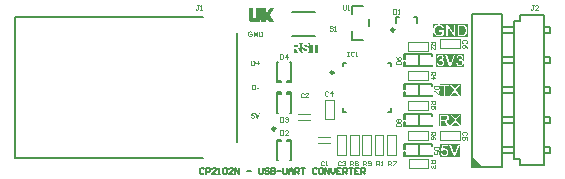
<source format=gto>
%TF.GenerationSoftware,Altium Limited,Altium Designer,24.7.2 (38)*%
G04 Layer_Color=65535*
%FSLAX26Y26*%
%MOIN*%
%TF.SameCoordinates,5A157747-18B5-4676-A4C7-82BAAE217A37*%
%TF.FilePolarity,Positive*%
%TF.FileFunction,Legend,Top*%
%TF.Part,Single*%
G01*
G75*
%TA.AperFunction,NonConductor*%
%ADD32C,0.009842*%
%ADD33C,0.007874*%
%ADD34C,0.001968*%
%ADD35C,0.005906*%
%ADD36C,0.003937*%
%ADD37C,0.005000*%
%ADD38C,0.003000*%
G36*
X189853Y562829D02*
Y561936D01*
X189853Y527097D01*
X189853Y526035D01*
X190267Y523952D01*
X191080Y521990D01*
X192260Y520223D01*
X193011Y519472D01*
X193011D01*
X194320Y518164D01*
X194744Y517740D01*
X195743Y517072D01*
X196853Y516612D01*
X198031Y516378D01*
X198632D01*
X198633D01*
X222905D01*
X223487D01*
X224607Y516686D01*
X225607Y517279D01*
X226413Y518117D01*
X226691Y518627D01*
X226692Y518628D01*
X227297Y519738D01*
X228220Y522091D01*
X228844Y524541D01*
X229158Y527049D01*
X229157Y528313D01*
X229158Y528314D01*
Y563364D01*
X214865D01*
Y539604D01*
X214865Y532456D01*
X214814Y531933D01*
X214415Y530967D01*
X213675Y530227D01*
X212708Y529828D01*
X212185Y529777D01*
X212185D01*
X207719Y529777D01*
X207196Y529828D01*
X206230Y530228D01*
X205490Y530968D01*
X205090Y531934D01*
X205039Y532457D01*
Y532457D01*
Y563364D01*
X189853D01*
Y562829D01*
D02*
G37*
G36*
X231972Y563349D02*
Y516378D01*
X246846D01*
X248454Y534065D01*
X258905Y516780D01*
X273779D01*
X261317Y539693D01*
X272938Y563349D01*
X259395D01*
X247248Y544919D01*
X246847Y563349D01*
X231972D01*
D02*
G37*
G36*
X933071Y35034D02*
X968504D01*
X933071Y70467D01*
Y35034D01*
D02*
G37*
G36*
X420915Y413386D02*
X333661D01*
Y448570D01*
X420915D01*
Y413386D01*
D02*
G37*
G36*
X919043Y468504D02*
X803612D01*
Y510225D01*
X919043D01*
Y468504D01*
D02*
G37*
G36*
X907694Y368738D02*
X814961D01*
Y409991D01*
X907694D01*
Y368738D01*
D02*
G37*
G36*
X895789Y269147D02*
X826865D01*
Y309582D01*
X895789D01*
Y269147D01*
D02*
G37*
G36*
X897310Y169147D02*
X825344D01*
Y209582D01*
X897310D01*
Y169147D01*
D02*
G37*
G36*
X893800Y68826D02*
X828854D01*
Y109904D01*
X893800D01*
Y68826D01*
D02*
G37*
G36*
X195692Y485800D02*
X195961Y485774D01*
X196284Y485747D01*
X196633Y485720D01*
X197037Y485666D01*
X197844Y485478D01*
X198705Y485236D01*
X199108Y485074D01*
X199512Y484886D01*
X199915Y484671D01*
X200265Y484429D01*
X200292Y484402D01*
X200345Y484375D01*
X200453Y484294D01*
X200561Y484187D01*
X200722Y484025D01*
X200883Y483864D01*
X201072Y483675D01*
X201260Y483433D01*
X201475Y483191D01*
X201664Y482895D01*
X201879Y482599D01*
X202067Y482250D01*
X202390Y481523D01*
X202551Y481093D01*
X202659Y480663D01*
X199108Y479990D01*
Y480017D01*
X199081Y480044D01*
X199027Y480205D01*
X198947Y480447D01*
X198785Y480743D01*
X198597Y481066D01*
X198355Y481389D01*
X198059Y481739D01*
X197709Y482034D01*
X197655Y482061D01*
X197521Y482142D01*
X197306Y482277D01*
X197010Y482411D01*
X196633Y482546D01*
X196203Y482680D01*
X195692Y482761D01*
X195154Y482788D01*
X194939D01*
X194777Y482761D01*
X194562Y482734D01*
X194347Y482707D01*
X193809Y482599D01*
X193217Y482411D01*
X192598Y482142D01*
X192302Y481981D01*
X192006Y481792D01*
X191711Y481550D01*
X191442Y481281D01*
X191415Y481254D01*
X191388Y481201D01*
X191307Y481120D01*
X191226Y481012D01*
X191119Y480851D01*
X191011Y480663D01*
X190904Y480447D01*
X190769Y480178D01*
X190635Y479882D01*
X190527Y479560D01*
X190419Y479183D01*
X190312Y478807D01*
X190231Y478376D01*
X190150Y477892D01*
X190124Y477408D01*
X190097Y476870D01*
Y476843D01*
Y476735D01*
Y476574D01*
X190124Y476359D01*
X190150Y476090D01*
X190177Y475794D01*
X190204Y475471D01*
X190258Y475094D01*
X190419Y474341D01*
X190688Y473534D01*
X190823Y473158D01*
X191011Y472808D01*
X191226Y472458D01*
X191469Y472135D01*
X191495Y472108D01*
X191522Y472082D01*
X191603Y472001D01*
X191711Y471893D01*
X191872Y471786D01*
X192033Y471651D01*
X192222Y471490D01*
X192464Y471355D01*
X192975Y471059D01*
X193594Y470817D01*
X193943Y470710D01*
X194320Y470656D01*
X194723Y470602D01*
X195127Y470575D01*
X195315D01*
X195530Y470602D01*
X195826Y470629D01*
X196149Y470683D01*
X196526Y470763D01*
X196929Y470871D01*
X197360Y471005D01*
X197413Y471032D01*
X197548Y471086D01*
X197763Y471167D01*
X198032Y471301D01*
X198328Y471463D01*
X198651Y471651D01*
X198974Y471839D01*
X199296Y472082D01*
Y474341D01*
X195234D01*
Y477327D01*
X202901D01*
Y470252D01*
X202847Y470199D01*
X202686Y470064D01*
X202444Y469876D01*
X202067Y469607D01*
X201610Y469311D01*
X201045Y468988D01*
X200399Y468665D01*
X199646Y468342D01*
X199619D01*
X199538Y468315D01*
X199431Y468262D01*
X199269Y468208D01*
X199081Y468154D01*
X198866Y468100D01*
X198597Y468020D01*
X198301Y467939D01*
X197655Y467804D01*
X196929Y467670D01*
X196149Y467562D01*
X195342Y467535D01*
X195073D01*
X194885Y467562D01*
X194643D01*
X194347Y467589D01*
X194051Y467643D01*
X193701Y467670D01*
X192948Y467831D01*
X192141Y468020D01*
X191307Y468315D01*
X190904Y468477D01*
X190500Y468692D01*
X190473Y468719D01*
X190419Y468746D01*
X190312Y468827D01*
X190177Y468907D01*
X189989Y469015D01*
X189801Y469176D01*
X189343Y469553D01*
X188859Y470010D01*
X188348Y470575D01*
X187864Y471248D01*
X187434Y472001D01*
Y472028D01*
X187380Y472108D01*
X187353Y472216D01*
X187272Y472377D01*
X187191Y472593D01*
X187111Y472835D01*
X187030Y473104D01*
X186922Y473400D01*
X186815Y473749D01*
X186734Y474126D01*
X186573Y474906D01*
X186465Y475794D01*
X186411Y476735D01*
Y476762D01*
Y476870D01*
Y477004D01*
X186438Y477192D01*
Y477435D01*
X186465Y477731D01*
X186519Y478026D01*
X186546Y478376D01*
X186680Y479129D01*
X186895Y479963D01*
X187165Y480797D01*
X187541Y481631D01*
X187568Y481658D01*
X187595Y481739D01*
X187676Y481846D01*
X187756Y481981D01*
X187891Y482169D01*
X188025Y482384D01*
X188402Y482841D01*
X188886Y483380D01*
X189451Y483944D01*
X190150Y484455D01*
X190930Y484940D01*
X190957D01*
X191011Y484967D01*
X191092Y485020D01*
X191226Y485074D01*
X191415Y485155D01*
X191603Y485209D01*
X191845Y485289D01*
X192087Y485397D01*
X192383Y485478D01*
X192706Y485558D01*
X193056Y485612D01*
X193432Y485693D01*
X194239Y485800D01*
X195154Y485827D01*
X195477D01*
X195692Y485800D01*
D02*
G37*
G36*
X220251Y467858D02*
X216674D01*
X209518Y479452D01*
Y467858D01*
X206210D01*
Y485531D01*
X209653D01*
X216943Y473669D01*
Y485531D01*
X220251D01*
Y467858D01*
D02*
G37*
G36*
X231254Y485505D02*
X231738Y485478D01*
X232303Y485451D01*
X232841Y485397D01*
X233379Y485289D01*
X233863Y485182D01*
X233890D01*
X233944Y485155D01*
X234024Y485128D01*
X234132Y485101D01*
X234401Y484967D01*
X234778Y484805D01*
X235181Y484590D01*
X235611Y484294D01*
X236069Y483944D01*
X236499Y483541D01*
X236526D01*
X236553Y483487D01*
X236687Y483326D01*
X236876Y483084D01*
X237145Y482761D01*
X237414Y482330D01*
X237683Y481846D01*
X237952Y481308D01*
X238194Y480690D01*
Y480663D01*
X238221Y480609D01*
X238248Y480528D01*
X238274Y480394D01*
X238328Y480232D01*
X238382Y480017D01*
X238436Y479802D01*
X238490Y479533D01*
X238543Y479237D01*
X238597Y478941D01*
X238705Y478215D01*
X238759Y477408D01*
X238786Y476520D01*
Y476493D01*
Y476412D01*
Y476305D01*
Y476143D01*
X238759Y475955D01*
Y475740D01*
X238705Y475229D01*
X238651Y474637D01*
X238543Y474018D01*
X238409Y473373D01*
X238221Y472754D01*
Y472727D01*
X238194Y472673D01*
X238167Y472566D01*
X238113Y472431D01*
X238032Y472270D01*
X237952Y472082D01*
X237737Y471651D01*
X237468Y471140D01*
X237145Y470629D01*
X236768Y470118D01*
X236338Y469634D01*
X236284Y469607D01*
X236176Y469472D01*
X235961Y469311D01*
X235692Y469123D01*
X235315Y468880D01*
X234885Y468638D01*
X234401Y468423D01*
X233836Y468208D01*
X233782Y468181D01*
X233621Y468154D01*
X233379Y468100D01*
X233002Y468046D01*
X232572Y467966D01*
X232034Y467912D01*
X231388Y467885D01*
X230689Y467858D01*
X224018D01*
Y485531D01*
X231038D01*
X231254Y485505D01*
D02*
G37*
G36*
X222659Y381301D02*
X227286D01*
Y378180D01*
X222659D01*
Y373607D01*
X219565D01*
Y378180D01*
X214939D01*
Y381301D01*
X219565D01*
Y385874D01*
X222659D01*
Y381301D01*
D02*
G37*
G36*
X205147Y388725D02*
X205631Y388698D01*
X206196Y388671D01*
X206734Y388618D01*
X207272Y388510D01*
X207756Y388402D01*
X207783D01*
X207837Y388375D01*
X207918Y388349D01*
X208025Y388322D01*
X208294Y388187D01*
X208671Y388026D01*
X209075Y387810D01*
X209505Y387515D01*
X209962Y387165D01*
X210393Y386761D01*
X210419D01*
X210446Y386708D01*
X210581Y386546D01*
X210769Y386304D01*
X211038Y385981D01*
X211307Y385551D01*
X211576Y385067D01*
X211845Y384529D01*
X212087Y383910D01*
Y383883D01*
X212114Y383829D01*
X212141Y383749D01*
X212168Y383614D01*
X212222Y383453D01*
X212276Y383238D01*
X212329Y383022D01*
X212383Y382753D01*
X212437Y382457D01*
X212491Y382161D01*
X212598Y381435D01*
X212652Y380628D01*
X212679Y379740D01*
Y379714D01*
Y379633D01*
Y379525D01*
Y379364D01*
X212652Y379176D01*
Y378960D01*
X212598Y378449D01*
X212545Y377858D01*
X212437Y377239D01*
X212303Y376593D01*
X212114Y375974D01*
Y375948D01*
X212087Y375894D01*
X212060Y375786D01*
X212007Y375652D01*
X211926Y375490D01*
X211845Y375302D01*
X211630Y374872D01*
X211361Y374361D01*
X211038Y373849D01*
X210662Y373338D01*
X210231Y372854D01*
X210177Y372827D01*
X210070Y372693D01*
X209855Y372531D01*
X209586Y372343D01*
X209209Y372101D01*
X208779Y371859D01*
X208294Y371644D01*
X207730Y371428D01*
X207676Y371401D01*
X207514Y371375D01*
X207272Y371321D01*
X206896Y371267D01*
X206465Y371186D01*
X205927Y371132D01*
X205282Y371106D01*
X204582Y371079D01*
X197911D01*
Y388752D01*
X204932D01*
X205147Y388725D01*
D02*
G37*
G36*
X224609Y295078D02*
X217965D01*
Y298467D01*
X224609D01*
Y295078D01*
D02*
G37*
G36*
X207824Y308017D02*
X208308Y307990D01*
X208873Y307963D01*
X209411Y307909D01*
X209949Y307801D01*
X210433Y307694D01*
X210460D01*
X210514Y307667D01*
X210594Y307640D01*
X210702Y307613D01*
X210971Y307478D01*
X211348Y307317D01*
X211751Y307102D01*
X212181Y306806D01*
X212639Y306456D01*
X213069Y306053D01*
X213096D01*
X213123Y305999D01*
X213257Y305838D01*
X213446Y305596D01*
X213715Y305273D01*
X213984Y304842D01*
X214253Y304358D01*
X214522Y303820D01*
X214764Y303201D01*
Y303175D01*
X214791Y303121D01*
X214818Y303040D01*
X214845Y302906D01*
X214898Y302744D01*
X214952Y302529D01*
X215006Y302314D01*
X215060Y302045D01*
X215114Y301749D01*
X215167Y301453D01*
X215275Y300727D01*
X215329Y299920D01*
X215356Y299032D01*
Y299005D01*
Y298924D01*
Y298817D01*
Y298655D01*
X215329Y298467D01*
Y298252D01*
X215275Y297741D01*
X215221Y297149D01*
X215114Y296530D01*
X214979Y295885D01*
X214791Y295266D01*
Y295239D01*
X214764Y295185D01*
X214737Y295078D01*
X214683Y294943D01*
X214602Y294782D01*
X214522Y294593D01*
X214307Y294163D01*
X214038Y293652D01*
X213715Y293141D01*
X213338Y292630D01*
X212908Y292146D01*
X212854Y292119D01*
X212746Y291984D01*
X212531Y291823D01*
X212262Y291634D01*
X211886Y291392D01*
X211455Y291150D01*
X210971Y290935D01*
X210406Y290720D01*
X210352Y290693D01*
X210191Y290666D01*
X209949Y290612D01*
X209572Y290558D01*
X209142Y290478D01*
X208604Y290424D01*
X207958Y290397D01*
X207259Y290370D01*
X200588D01*
Y308043D01*
X207608D01*
X207824Y308017D01*
D02*
G37*
G36*
X220843Y195220D02*
X216997D01*
X210675Y212894D01*
X214522D01*
X219014Y199820D01*
X223318Y212894D01*
X227138D01*
X220843Y195220D01*
D02*
G37*
G36*
X209142Y209451D02*
X202740D01*
X202202Y206465D01*
X202255Y206492D01*
X202390Y206545D01*
X202632Y206653D01*
X202928Y206761D01*
X203251Y206841D01*
X203654Y206949D01*
X204085Y207003D01*
X204515Y207030D01*
X204730D01*
X204892Y207003D01*
X205080Y206976D01*
X205322Y206949D01*
X205564Y206895D01*
X205833Y206814D01*
X206452Y206626D01*
X206748Y206492D01*
X207071Y206330D01*
X207393Y206142D01*
X207716Y205927D01*
X208039Y205685D01*
X208335Y205389D01*
X208362Y205362D01*
X208416Y205308D01*
X208469Y205227D01*
X208577Y205093D01*
X208711Y204931D01*
X208846Y204743D01*
X208980Y204501D01*
X209142Y204232D01*
X209276Y203936D01*
X209411Y203613D01*
X209545Y203263D01*
X209680Y202887D01*
X209787Y202483D01*
X209841Y202053D01*
X209895Y201596D01*
X209922Y201112D01*
Y201085D01*
Y201004D01*
Y200896D01*
X209895Y200735D01*
Y200547D01*
X209868Y200331D01*
X209814Y200089D01*
X209761Y199820D01*
X209626Y199202D01*
X209384Y198556D01*
X209088Y197883D01*
X208873Y197534D01*
X208658Y197211D01*
X208631Y197184D01*
X208577Y197103D01*
X208469Y196996D01*
X208335Y196861D01*
X208173Y196673D01*
X207958Y196485D01*
X207689Y196269D01*
X207420Y196054D01*
X207097Y195839D01*
X206721Y195624D01*
X206344Y195436D01*
X205914Y195247D01*
X205457Y195113D01*
X204945Y195005D01*
X204434Y194924D01*
X203869Y194898D01*
X203627D01*
X203466Y194924D01*
X203251D01*
X203009Y194978D01*
X202740Y195005D01*
X202444Y195059D01*
X201825Y195220D01*
X201153Y195436D01*
X200507Y195758D01*
X200184Y195974D01*
X199888Y196189D01*
X199861Y196216D01*
X199834Y196243D01*
X199754Y196323D01*
X199646Y196431D01*
X199512Y196565D01*
X199377Y196727D01*
X199243Y196915D01*
X199081Y197130D01*
X198758Y197641D01*
X198463Y198233D01*
X198220Y198959D01*
X198140Y199336D01*
X198059Y199740D01*
X201422Y200089D01*
Y200036D01*
X201448Y199901D01*
X201502Y199686D01*
X201583Y199417D01*
X201690Y199148D01*
X201825Y198825D01*
X202013Y198529D01*
X202255Y198260D01*
X202282Y198233D01*
X202390Y198153D01*
X202524Y198045D01*
X202740Y197937D01*
X202982Y197830D01*
X203251Y197722D01*
X203573Y197641D01*
X203896Y197614D01*
X203950D01*
X204085Y197641D01*
X204273Y197668D01*
X204515Y197722D01*
X204811Y197830D01*
X205107Y197991D01*
X205403Y198179D01*
X205699Y198475D01*
X205726Y198529D01*
X205806Y198637D01*
X205941Y198852D01*
X206075Y199121D01*
X206210Y199498D01*
X206344Y199928D01*
X206425Y200466D01*
X206452Y201058D01*
Y201085D01*
Y201138D01*
Y201219D01*
Y201327D01*
X206425Y201623D01*
X206371Y201972D01*
X206263Y202376D01*
X206129Y202779D01*
X205941Y203183D01*
X205699Y203506D01*
X205672Y203532D01*
X205564Y203640D01*
X205403Y203775D01*
X205188Y203936D01*
X204918Y204071D01*
X204596Y204205D01*
X204219Y204313D01*
X203816Y204339D01*
X203681D01*
X203573Y204313D01*
X203278Y204286D01*
X202928Y204178D01*
X202524Y204017D01*
X202067Y203802D01*
X201637Y203479D01*
X201395Y203263D01*
X201179Y203048D01*
X198463Y203425D01*
X200184Y212625D01*
X209142D01*
Y209451D01*
D02*
G37*
%LPC*%
G36*
X378679Y447570D02*
X378093D01*
X376776Y447521D01*
X375556Y447375D01*
X374482Y447228D01*
X373555Y447033D01*
X372823Y446789D01*
X372530Y446691D01*
X372286Y446643D01*
X372091Y446545D01*
X371896Y446496D01*
X371847Y446447D01*
X371798D01*
X370871Y446008D01*
X370090Y445471D01*
X369407Y444935D01*
X368870Y444398D01*
X368431Y443910D01*
X368089Y443519D01*
X367894Y443275D01*
X367845Y443227D01*
Y443178D01*
X367406Y442348D01*
X367065Y441567D01*
X366821Y440787D01*
X366674Y440103D01*
X366577Y439469D01*
X366479Y439030D01*
Y438835D01*
Y438688D01*
Y438639D01*
Y438591D01*
X366528Y437907D01*
X366625Y437224D01*
X366772Y436590D01*
X366918Y436004D01*
X367406Y434882D01*
X367943Y433955D01*
X368236Y433564D01*
X368480Y433174D01*
X368724Y432881D01*
X368968Y432637D01*
X369114Y432442D01*
X369261Y432295D01*
X369358Y432198D01*
X369407Y432149D01*
X369846Y431807D01*
X370334Y431466D01*
X371408Y430831D01*
X372628Y430295D01*
X373848Y429855D01*
X374921Y429465D01*
X375409Y429319D01*
X375849Y429221D01*
X376190Y429123D01*
X376434Y429026D01*
X376629Y428977D01*
X376678D01*
X377410Y428782D01*
X378045Y428635D01*
X378630Y428489D01*
X379167Y428343D01*
X379655Y428196D01*
X380045Y428099D01*
X380436Y428001D01*
X380729Y427903D01*
X381217Y427757D01*
X381558Y427659D01*
X381753Y427562D01*
X381802D01*
X382388Y427318D01*
X382876Y427074D01*
X383266Y426879D01*
X383608Y426635D01*
X383852Y426439D01*
X383998Y426293D01*
X384096Y426195D01*
X384145Y426147D01*
X384389Y425854D01*
X384535Y425512D01*
X384730Y424927D01*
X384779Y424634D01*
X384828Y424439D01*
Y424292D01*
Y424243D01*
X384779Y423609D01*
X384584Y423023D01*
X384340Y422487D01*
X384047Y422047D01*
X383705Y421657D01*
X383461Y421413D01*
X383266Y421218D01*
X383217Y421169D01*
X382583Y420730D01*
X381851Y420388D01*
X381070Y420193D01*
X380289Y419998D01*
X379606Y419900D01*
X379069Y419851D01*
X378533D01*
X377459Y419900D01*
X376532Y420095D01*
X375751Y420339D01*
X375068Y420583D01*
X374531Y420876D01*
X374141Y421071D01*
X373897Y421267D01*
X373799Y421315D01*
X373213Y421950D01*
X372725Y422682D01*
X372335Y423463D01*
X372042Y424195D01*
X371798Y424927D01*
X371652Y425463D01*
X371603Y425707D01*
Y425854D01*
X371554Y425951D01*
Y426000D01*
X365259Y425366D01*
X365405Y424390D01*
X365601Y423463D01*
X365845Y422584D01*
X366089Y421803D01*
X366430Y421071D01*
X366723Y420388D01*
X367065Y419803D01*
X367406Y419217D01*
X367748Y418778D01*
X368041Y418339D01*
X368333Y417997D01*
X368577Y417704D01*
X368821Y417460D01*
X368968Y417314D01*
X369065Y417216D01*
X369114Y417167D01*
X369749Y416679D01*
X370481Y416240D01*
X371213Y415899D01*
X371945Y415557D01*
X372725Y415313D01*
X373506Y415069D01*
X375019Y414727D01*
X375751Y414630D01*
X376385Y414532D01*
X376971Y414483D01*
X377459Y414435D01*
X377898Y414386D01*
X378484D01*
X379997Y414435D01*
X381314Y414581D01*
X382485Y414727D01*
X383510Y414971D01*
X383949Y415069D01*
X384340Y415167D01*
X384633Y415264D01*
X384925Y415313D01*
X385121Y415411D01*
X385267Y415459D01*
X385365Y415508D01*
X385413D01*
X386438Y415996D01*
X387268Y416582D01*
X388049Y417167D01*
X388634Y417753D01*
X389122Y418241D01*
X389464Y418680D01*
X389708Y418973D01*
X389757Y419022D01*
Y419071D01*
X390293Y419998D01*
X390684Y420925D01*
X390928Y421803D01*
X391123Y422584D01*
X391221Y423267D01*
X391318Y423804D01*
Y424292D01*
X391269Y425366D01*
X391123Y426342D01*
X390879Y427220D01*
X390684Y427952D01*
X390440Y428538D01*
X390196Y429026D01*
X390049Y429270D01*
X390001Y429367D01*
X389464Y430099D01*
X388927Y430783D01*
X388341Y431319D01*
X387756Y431807D01*
X387268Y432149D01*
X386877Y432442D01*
X386585Y432588D01*
X386536Y432637D01*
X386487D01*
X386048Y432881D01*
X385560Y433076D01*
X384437Y433515D01*
X383315Y433857D01*
X382144Y434247D01*
X381119Y434491D01*
X380680Y434638D01*
X380289Y434735D01*
X379948Y434833D01*
X379704Y434882D01*
X379557Y434931D01*
X379509D01*
X378679Y435126D01*
X377898Y435370D01*
X377215Y435565D01*
X376629Y435760D01*
X376044Y435907D01*
X375605Y436102D01*
X375165Y436248D01*
X374824Y436443D01*
X374482Y436590D01*
X374238Y436687D01*
X373848Y436883D01*
X373653Y437029D01*
X373604Y437078D01*
X373311Y437419D01*
X373067Y437712D01*
X372921Y438054D01*
X372774Y438347D01*
X372725Y438639D01*
X372677Y438835D01*
Y438981D01*
Y439030D01*
X372725Y439469D01*
X372823Y439859D01*
X372969Y440201D01*
X373165Y440494D01*
X373360Y440738D01*
X373506Y440884D01*
X373604Y440982D01*
X373653Y441031D01*
X374287Y441421D01*
X375019Y441714D01*
X375751Y441909D01*
X376434Y442055D01*
X377069Y442153D01*
X377605Y442202D01*
X378045D01*
X379021Y442153D01*
X379850Y442007D01*
X380533Y441860D01*
X381119Y441665D01*
X381558Y441421D01*
X381851Y441275D01*
X382046Y441128D01*
X382095Y441079D01*
X382583Y440640D01*
X382973Y440103D01*
X383266Y439518D01*
X383510Y438932D01*
X383705Y438395D01*
X383803Y437956D01*
X383901Y437663D01*
Y437615D01*
Y437566D01*
X390391Y437810D01*
X390342Y438591D01*
X390196Y439371D01*
X390001Y440103D01*
X389805Y440787D01*
X389269Y441958D01*
X389025Y442495D01*
X388732Y442983D01*
X388439Y443422D01*
X388146Y443812D01*
X387902Y444154D01*
X387658Y444398D01*
X387463Y444593D01*
X387317Y444739D01*
X387219Y444837D01*
X387170Y444886D01*
X386585Y445374D01*
X385901Y445764D01*
X385218Y446155D01*
X384486Y446447D01*
X382973Y446935D01*
X381509Y447228D01*
X380826Y447326D01*
X380192Y447423D01*
X379606Y447472D01*
X379069Y447521D01*
X378679Y447570D01*
D02*
G37*
G36*
X419915Y447033D02*
X394588D01*
Y441616D01*
X404006D01*
Y414971D01*
X410497D01*
Y441616D01*
X419915D01*
Y447033D01*
D02*
G37*
G36*
X349009D02*
X334661D01*
Y414971D01*
X341152D01*
Y428343D01*
X343201D01*
X343885Y428294D01*
X344421Y428245D01*
X344861Y428147D01*
X345202Y428099D01*
X345446Y428001D01*
X345593Y427952D01*
X345641D01*
X346032Y427806D01*
X346373Y427611D01*
X347008Y427171D01*
X347252Y426976D01*
X347447Y426781D01*
X347545Y426683D01*
X347593Y426635D01*
X347789Y426439D01*
X347984Y426147D01*
X348521Y425463D01*
X349106Y424731D01*
X349643Y423902D01*
X350180Y423121D01*
X350424Y422828D01*
X350619Y422487D01*
X350765Y422243D01*
X350912Y422047D01*
X350961Y421950D01*
X351009Y421901D01*
X355597Y414971D01*
X363356D01*
X359452Y421218D01*
X359013Y421901D01*
X358622Y422487D01*
X358281Y423072D01*
X357890Y423609D01*
X357305Y424487D01*
X356768Y425219D01*
X356329Y425756D01*
X356036Y426098D01*
X355841Y426342D01*
X355792Y426391D01*
X355255Y426927D01*
X354669Y427415D01*
X354084Y427903D01*
X353547Y428294D01*
X353059Y428635D01*
X352669Y428879D01*
X352425Y429026D01*
X352376Y429075D01*
X352327D01*
X353108Y429221D01*
X353791Y429367D01*
X354474Y429563D01*
X355060Y429807D01*
X355645Y430051D01*
X356182Y430295D01*
X356621Y430539D01*
X357061Y430783D01*
X357402Y431027D01*
X357744Y431271D01*
X357988Y431515D01*
X358232Y431661D01*
X358378Y431856D01*
X358525Y431954D01*
X358622Y432003D01*
Y432051D01*
X359013Y432491D01*
X359354Y432979D01*
X359842Y433955D01*
X360233Y434979D01*
X360525Y435907D01*
X360672Y436736D01*
X360721Y437078D01*
Y437419D01*
X360769Y437663D01*
Y437859D01*
Y437956D01*
Y438005D01*
X360721Y439030D01*
X360574Y440006D01*
X360330Y440835D01*
X360086Y441567D01*
X359793Y442202D01*
X359598Y442641D01*
X359403Y442934D01*
X359354Y443031D01*
X358769Y443812D01*
X358183Y444447D01*
X357549Y444983D01*
X356963Y445423D01*
X356426Y445764D01*
X355987Y446008D01*
X355694Y446106D01*
X355645Y446155D01*
X355597D01*
X355157Y446301D01*
X354621Y446447D01*
X353449Y446643D01*
X352229Y446838D01*
X351009Y446935D01*
X350473Y446984D01*
X349448D01*
X349009Y447033D01*
D02*
G37*
%LPD*%
G36*
X348960Y441567D02*
X349936D01*
X350375Y441519D01*
X350619D01*
X350765Y441470D01*
X350814D01*
X351351Y441323D01*
X351839Y441177D01*
X352229Y440982D01*
X352571Y440738D01*
X352864Y440543D01*
X353059Y440347D01*
X353157Y440250D01*
X353205Y440201D01*
X353498Y439811D01*
X353693Y439371D01*
X353889Y438932D01*
X353986Y438542D01*
X354035Y438200D01*
X354084Y437907D01*
Y437663D01*
Y437615D01*
X354035Y437078D01*
X353986Y436639D01*
X353889Y436199D01*
X353742Y435858D01*
X353596Y435565D01*
X353498Y435370D01*
X353449Y435223D01*
X353401Y435175D01*
X353157Y434833D01*
X352864Y434589D01*
X352278Y434150D01*
X351985Y434052D01*
X351790Y433955D01*
X351644Y433857D01*
X351595D01*
X351351Y433808D01*
X351009Y433711D01*
X350668Y433662D01*
X350229Y433613D01*
X349301Y433564D01*
X348325Y433515D01*
X347398Y433467D01*
X341152D01*
Y441616D01*
X348521D01*
X348960Y441567D01*
D02*
G37*
%LPC*%
G36*
X824502Y509225D02*
X823800D01*
X821694Y509108D01*
X819822Y508874D01*
X818067Y508465D01*
X817306Y508231D01*
X816604Y508055D01*
X815961Y507821D01*
X815376Y507587D01*
X814849Y507412D01*
X814440Y507178D01*
X814147Y507061D01*
X813855Y506944D01*
X813738Y506827D01*
X813679D01*
X812860Y506359D01*
X812158Y505832D01*
X810754Y504721D01*
X809643Y503551D01*
X808648Y502381D01*
X807946Y501269D01*
X807654Y500860D01*
X807361Y500450D01*
X807186Y500099D01*
X807069Y499865D01*
X806952Y499690D01*
Y499631D01*
X806191Y497818D01*
X805606Y495946D01*
X805197Y494191D01*
X804904Y492553D01*
X804787Y491851D01*
X804729Y491207D01*
X804670Y490622D01*
Y490096D01*
X804612Y489686D01*
Y489160D01*
X804729Y487112D01*
X804963Y485182D01*
X805372Y483427D01*
X805548Y482608D01*
X805782Y481906D01*
X806016Y481204D01*
X806191Y480619D01*
X806425Y480092D01*
X806601Y479683D01*
X806718Y479332D01*
X806835Y479098D01*
X806952Y478922D01*
Y478864D01*
X807946Y477284D01*
X809058Y475880D01*
X810169Y474652D01*
X811339Y473657D01*
X812334Y472897D01*
X812743Y472604D01*
X813153Y472370D01*
X813445Y472136D01*
X813738Y472019D01*
X813855Y471961D01*
X813913Y471902D01*
X815668Y471083D01*
X817482Y470498D01*
X819178Y470089D01*
X820816Y469796D01*
X821518Y469679D01*
X822162Y469621D01*
X822747Y469562D01*
X823273D01*
X823683Y469504D01*
X824209D01*
X825730Y469562D01*
X827251Y469738D01*
X828597Y469972D01*
X829825Y470264D01*
X830352Y470381D01*
X830878Y470498D01*
X831288Y470615D01*
X831639Y470732D01*
X831931Y470849D01*
X832165Y470908D01*
X832282Y470966D01*
X832341D01*
X833803Y471610D01*
X835266Y472312D01*
X836553Y473072D01*
X837723Y473774D01*
X838717Y474476D01*
X839127Y474710D01*
X839478Y475003D01*
X839770Y475178D01*
X839946Y475354D01*
X840063Y475412D01*
X840121Y475471D01*
Y489745D01*
X823858D01*
Y485240D01*
X835149D01*
Y477986D01*
X834447Y477460D01*
X833686Y476933D01*
X832926Y476465D01*
X832165Y476056D01*
X831463Y475705D01*
X830878Y475471D01*
X830644Y475354D01*
X830469Y475295D01*
X830410Y475237D01*
X830352D01*
X829182Y474827D01*
X828012Y474535D01*
X826900Y474301D01*
X825964Y474184D01*
X825145Y474067D01*
X824502Y474008D01*
X823917D01*
X822513Y474067D01*
X821167Y474242D01*
X819997Y474535D01*
X818886Y474827D01*
X818008Y475120D01*
X817599Y475295D01*
X817306Y475412D01*
X817072Y475471D01*
X816897Y475588D01*
X816780Y475646D01*
X816721D01*
X815551Y476348D01*
X814498Y477167D01*
X813621Y478045D01*
X812919Y478864D01*
X812392Y479624D01*
X811983Y480209D01*
X811807Y480443D01*
X811690Y480619D01*
X811632Y480736D01*
Y480794D01*
X811047Y482198D01*
X810637Y483602D01*
X810286Y485065D01*
X810111Y486469D01*
X810052Y487054D01*
X809994Y487639D01*
X809935Y488165D01*
Y488575D01*
X809877Y488984D01*
Y489218D01*
Y489394D01*
Y489452D01*
X809935Y490973D01*
X810111Y492436D01*
X810345Y493723D01*
X810637Y494893D01*
X810871Y495829D01*
X810988Y496238D01*
X811105Y496531D01*
X811222Y496823D01*
X811281Y496999D01*
X811339Y497116D01*
Y497174D01*
X811690Y497935D01*
X812041Y498637D01*
X812451Y499280D01*
X812860Y499865D01*
X813211Y500333D01*
X813504Y500684D01*
X813679Y500918D01*
X813738Y500977D01*
X814381Y501620D01*
X815025Y502147D01*
X815727Y502615D01*
X816370Y503024D01*
X816955Y503375D01*
X817423Y503609D01*
X817716Y503726D01*
X817833Y503785D01*
X818827Y504136D01*
X819822Y504428D01*
X820875Y504604D01*
X821811Y504779D01*
X822630Y504838D01*
X823273Y504896D01*
X823858D01*
X824911Y504838D01*
X825906Y504721D01*
X826783Y504545D01*
X827544Y504370D01*
X828187Y504194D01*
X828714Y504019D01*
X829006Y503902D01*
X829123Y503843D01*
X830001Y503434D01*
X830703Y503024D01*
X831346Y502556D01*
X831873Y502147D01*
X832282Y501737D01*
X832575Y501445D01*
X832750Y501211D01*
X832809Y501152D01*
X833277Y500450D01*
X833686Y499690D01*
X834037Y498929D01*
X834330Y498227D01*
X834564Y497525D01*
X834798Y496999D01*
X834856Y496648D01*
X834915Y496589D01*
Y496531D01*
X839536Y497818D01*
X839127Y499222D01*
X838659Y500450D01*
X838191Y501503D01*
X837723Y502381D01*
X837255Y503141D01*
X836904Y503668D01*
X836670Y503960D01*
X836611Y504077D01*
X835851Y504955D01*
X834973Y505657D01*
X834096Y506300D01*
X833218Y506827D01*
X832458Y507295D01*
X831873Y507587D01*
X831639Y507704D01*
X831463Y507763D01*
X831346Y507821D01*
X831288D01*
X830001Y508289D01*
X828714Y508640D01*
X827427Y508874D01*
X826315Y509050D01*
X825321Y509167D01*
X824853D01*
X824502Y509225D01*
D02*
G37*
G36*
X877795Y508582D02*
X872940D01*
Y478396D01*
X852699Y508582D01*
X847551D01*
Y470147D01*
X852406D01*
Y500333D01*
X872589Y470147D01*
X877795D01*
Y508582D01*
D02*
G37*
G36*
X901078D02*
X886336D01*
Y470147D01*
X900142D01*
X901429Y470206D01*
X902599Y470264D01*
X903652Y470381D01*
X904530Y470498D01*
X905290Y470615D01*
X905817Y470674D01*
X906168Y470791D01*
X906285D01*
X907279Y471083D01*
X908157Y471376D01*
X908917Y471668D01*
X909561Y471961D01*
X910087Y472253D01*
X910497Y472487D01*
X910789Y472604D01*
X910848Y472663D01*
X911550Y473189D01*
X912193Y473774D01*
X912837Y474359D01*
X913305Y474886D01*
X913773Y475412D01*
X914065Y475822D01*
X914299Y476056D01*
X914358Y476173D01*
X914943Y477050D01*
X915469Y477986D01*
X915937Y478922D01*
X916288Y479800D01*
X916581Y480619D01*
X916815Y481204D01*
X916873Y481438D01*
X916932Y481613D01*
X916990Y481730D01*
Y481789D01*
X917341Y483076D01*
X917575Y484421D01*
X917809Y485767D01*
X917926Y486937D01*
X917985Y487990D01*
Y488458D01*
X918043Y488809D01*
Y489569D01*
X917985Y491441D01*
X917809Y493138D01*
X917575Y494659D01*
X917400Y495361D01*
X917283Y496004D01*
X917166Y496589D01*
X916990Y497116D01*
X916873Y497584D01*
X916756Y497935D01*
X916639Y498227D01*
X916581Y498461D01*
X916522Y498578D01*
Y498637D01*
X915879Y500099D01*
X915177Y501386D01*
X914416Y502498D01*
X913656Y503434D01*
X913012Y504194D01*
X912486Y504779D01*
X912076Y505130D01*
X912018Y505247D01*
X911959D01*
X911023Y505949D01*
X910087Y506534D01*
X909151Y507002D01*
X908274Y507353D01*
X907513Y507646D01*
X906870Y507821D01*
X906636Y507938D01*
X906519D01*
X906402Y507997D01*
X906343D01*
X905407Y508172D01*
X904296Y508348D01*
X903126Y508465D01*
X902073Y508523D01*
X901078Y508582D01*
D02*
G37*
%LPD*%
G36*
X901020Y504019D02*
X902365Y503960D01*
X903477Y503843D01*
X904413Y503668D01*
X905115Y503492D01*
X905583Y503375D01*
X905875Y503317D01*
X905992Y503258D01*
X906987Y502732D01*
X907923Y502088D01*
X908742Y501386D01*
X909444Y500626D01*
X910029Y499982D01*
X910438Y499397D01*
X910614Y499163D01*
X910672Y498988D01*
X910789Y498929D01*
Y498871D01*
X911140Y498227D01*
X911433Y497525D01*
X911959Y496063D01*
X912310Y494542D01*
X912544Y493021D01*
X912603Y492377D01*
X912661Y491734D01*
X912720Y491149D01*
X912778Y490622D01*
Y490213D01*
Y489920D01*
Y489686D01*
Y489628D01*
X912720Y488048D01*
X912603Y486644D01*
X912427Y485357D01*
X912252Y484246D01*
X912076Y483368D01*
X911959Y483017D01*
X911901Y482725D01*
X911842Y482491D01*
X911784Y482315D01*
X911725Y482257D01*
Y482198D01*
X911316Y481145D01*
X910848Y480151D01*
X910380Y479332D01*
X909970Y478630D01*
X909561Y478103D01*
X909210Y477694D01*
X908976Y477401D01*
X908917Y477343D01*
X908391Y476875D01*
X907864Y476465D01*
X907279Y476173D01*
X906694Y475880D01*
X906226Y475646D01*
X905817Y475471D01*
X905583Y475412D01*
X905466Y475354D01*
X904588Y475120D01*
X903652Y474944D01*
X902658Y474827D01*
X901722Y474769D01*
X900844Y474710D01*
X900201Y474652D01*
X891426D01*
Y504077D01*
X899440D01*
X901020Y504019D01*
D02*
G37*
%LPC*%
G36*
X894117Y408991D02*
X892771D01*
X891952Y408874D01*
X890490Y408582D01*
X889144Y408172D01*
X888033Y407704D01*
X887155Y407178D01*
X886804Y406944D01*
X886512Y406768D01*
X886219Y406593D01*
X886044Y406476D01*
X885985Y406417D01*
X885927Y406359D01*
X884874Y405306D01*
X884055Y404136D01*
X883353Y402907D01*
X882885Y401737D01*
X882475Y400684D01*
X882358Y400216D01*
X882241Y399807D01*
X882183Y399514D01*
X882124Y399280D01*
X882066Y399105D01*
Y399046D01*
X886804Y398227D01*
X887038Y399456D01*
X887389Y400509D01*
X887740Y401386D01*
X888150Y402088D01*
X888501Y402673D01*
X888793Y403083D01*
X889027Y403317D01*
X889086Y403375D01*
X889846Y403960D01*
X890607Y404370D01*
X891367Y404721D01*
X892128Y404896D01*
X892713Y405013D01*
X893239Y405130D01*
X893707D01*
X894702Y405072D01*
X895579Y404838D01*
X896340Y404604D01*
X896983Y404253D01*
X897510Y403960D01*
X897919Y403668D01*
X898153Y403434D01*
X898212Y403375D01*
X898797Y402732D01*
X899206Y401971D01*
X899557Y401269D01*
X899733Y400626D01*
X899850Y399982D01*
X899967Y399514D01*
Y399222D01*
Y399163D01*
Y399105D01*
X899850Y397935D01*
X899557Y396940D01*
X899206Y396121D01*
X898738Y395478D01*
X898270Y394951D01*
X897919Y394542D01*
X897627Y394308D01*
X897510Y394249D01*
X896574Y393723D01*
X895638Y393372D01*
X894760Y393079D01*
X893941Y392904D01*
X893181Y392787D01*
X892654Y392728D01*
X891894D01*
X891660Y392787D01*
X891367D01*
X890841Y388633D01*
X891543Y388809D01*
X892186Y388926D01*
X892771Y388984D01*
X893239Y389043D01*
X893649Y389101D01*
X894175D01*
X895345Y388984D01*
X896340Y388750D01*
X897276Y388458D01*
X898036Y388048D01*
X898680Y387639D01*
X899148Y387346D01*
X899382Y387112D01*
X899499Y386995D01*
X900201Y386176D01*
X900727Y385299D01*
X901137Y384363D01*
X901371Y383544D01*
X901546Y382783D01*
X901605Y382198D01*
X901663Y381964D01*
Y381789D01*
Y381730D01*
Y381672D01*
X901546Y380443D01*
X901312Y379332D01*
X900961Y378337D01*
X900552Y377518D01*
X900084Y376816D01*
X899733Y376348D01*
X899499Y376056D01*
X899382Y375939D01*
X898504Y375178D01*
X897568Y374593D01*
X896632Y374242D01*
X895696Y373950D01*
X894936Y373774D01*
X894351Y373716D01*
X894117Y373657D01*
X893766D01*
X892771Y373716D01*
X891835Y373950D01*
X891016Y374242D01*
X890373Y374535D01*
X889788Y374886D01*
X889378Y375120D01*
X889144Y375354D01*
X889027Y375412D01*
X888384Y376173D01*
X887799Y377050D01*
X887331Y378045D01*
X886980Y378981D01*
X886687Y379858D01*
X886512Y380560D01*
X886395Y380794D01*
Y381028D01*
X886336Y381145D01*
Y381204D01*
X881598Y380560D01*
X881715Y379683D01*
X881890Y378864D01*
X882417Y377343D01*
X883002Y375997D01*
X883704Y374827D01*
X883996Y374359D01*
X884347Y373950D01*
X884640Y373599D01*
X884874Y373248D01*
X885108Y373014D01*
X885283Y372838D01*
X885342Y372780D01*
X885400Y372721D01*
X886044Y372195D01*
X886746Y371727D01*
X887389Y371317D01*
X888091Y371025D01*
X889495Y370440D01*
X890841Y370089D01*
X891426Y369972D01*
X892011Y369913D01*
X892479Y369855D01*
X892947Y369796D01*
X893298Y369738D01*
X893766D01*
X894760Y369796D01*
X895755Y369913D01*
X896691Y370030D01*
X897568Y370264D01*
X898387Y370557D01*
X899148Y370849D01*
X899850Y371142D01*
X900493Y371493D01*
X901020Y371785D01*
X901546Y372078D01*
X902014Y372370D01*
X902365Y372663D01*
X902658Y372897D01*
X902833Y373014D01*
X902950Y373131D01*
X903009Y373189D01*
X903652Y373891D01*
X904237Y374593D01*
X904705Y375295D01*
X905115Y375997D01*
X905524Y376699D01*
X905817Y377460D01*
X906226Y378805D01*
X906402Y379390D01*
X906519Y379975D01*
X906577Y380443D01*
X906636Y380911D01*
X906694Y381262D01*
Y381730D01*
X906636Y383076D01*
X906402Y384304D01*
X906109Y385357D01*
X905758Y386235D01*
X905349Y386937D01*
X905056Y387463D01*
X904822Y387814D01*
X904764Y387931D01*
X904003Y388809D01*
X903126Y389511D01*
X902248Y390096D01*
X901429Y390505D01*
X900669Y390856D01*
X900084Y391032D01*
X899850Y391149D01*
X899674D01*
X899557Y391207D01*
X899499D01*
X900435Y391675D01*
X901254Y392260D01*
X901897Y392787D01*
X902482Y393313D01*
X902892Y393781D01*
X903243Y394132D01*
X903418Y394366D01*
X903477Y394483D01*
X903945Y395244D01*
X904237Y396063D01*
X904471Y396823D01*
X904647Y397525D01*
X904764Y398110D01*
X904822Y398578D01*
Y398871D01*
Y398988D01*
X904764Y399982D01*
X904588Y400860D01*
X904354Y401679D01*
X904120Y402439D01*
X903886Y403024D01*
X903652Y403492D01*
X903477Y403785D01*
X903418Y403902D01*
X902833Y404721D01*
X902190Y405481D01*
X901488Y406125D01*
X900844Y406651D01*
X900259Y407061D01*
X899791Y407353D01*
X899440Y407529D01*
X899382Y407587D01*
X899323D01*
X898329Y408055D01*
X897334Y408406D01*
X896340Y408640D01*
X895462Y408816D01*
X894702Y408933D01*
X894117Y408991D01*
D02*
G37*
G36*
X828480D02*
X827134D01*
X826315Y408874D01*
X824853Y408582D01*
X823507Y408172D01*
X822396Y407704D01*
X821518Y407178D01*
X821167Y406944D01*
X820875Y406768D01*
X820582Y406593D01*
X820407Y406476D01*
X820348Y406417D01*
X820290Y406359D01*
X819237Y405306D01*
X818418Y404136D01*
X817716Y402907D01*
X817248Y401737D01*
X816838Y400684D01*
X816721Y400216D01*
X816604Y399807D01*
X816546Y399514D01*
X816487Y399280D01*
X816429Y399105D01*
Y399046D01*
X821167Y398227D01*
X821401Y399456D01*
X821752Y400509D01*
X822103Y401386D01*
X822513Y402088D01*
X822864Y402673D01*
X823156Y403083D01*
X823390Y403317D01*
X823449Y403375D01*
X824209Y403960D01*
X824970Y404370D01*
X825730Y404721D01*
X826491Y404896D01*
X827076Y405013D01*
X827602Y405130D01*
X828070D01*
X829065Y405072D01*
X829942Y404838D01*
X830703Y404604D01*
X831346Y404253D01*
X831873Y403960D01*
X832282Y403668D01*
X832516Y403434D01*
X832575Y403375D01*
X833160Y402732D01*
X833569Y401971D01*
X833920Y401269D01*
X834096Y400626D01*
X834213Y399982D01*
X834330Y399514D01*
Y399222D01*
Y399163D01*
Y399105D01*
X834213Y397935D01*
X833920Y396940D01*
X833569Y396121D01*
X833101Y395478D01*
X832633Y394951D01*
X832282Y394542D01*
X831990Y394308D01*
X831873Y394249D01*
X830937Y393723D01*
X830001Y393372D01*
X829123Y393079D01*
X828304Y392904D01*
X827544Y392787D01*
X827017Y392728D01*
X826257D01*
X826023Y392787D01*
X825730D01*
X825204Y388633D01*
X825906Y388809D01*
X826549Y388926D01*
X827134Y388984D01*
X827602Y389043D01*
X828012Y389101D01*
X828538D01*
X829708Y388984D01*
X830703Y388750D01*
X831639Y388458D01*
X832399Y388048D01*
X833043Y387639D01*
X833511Y387346D01*
X833745Y387112D01*
X833862Y386995D01*
X834564Y386176D01*
X835090Y385299D01*
X835500Y384363D01*
X835734Y383544D01*
X835909Y382783D01*
X835968Y382198D01*
X836026Y381964D01*
Y381789D01*
Y381730D01*
Y381672D01*
X835909Y380443D01*
X835675Y379332D01*
X835324Y378337D01*
X834915Y377518D01*
X834447Y376816D01*
X834096Y376348D01*
X833862Y376056D01*
X833745Y375939D01*
X832867Y375178D01*
X831931Y374593D01*
X830995Y374242D01*
X830059Y373950D01*
X829299Y373774D01*
X828714Y373716D01*
X828480Y373657D01*
X828129D01*
X827134Y373716D01*
X826198Y373950D01*
X825379Y374242D01*
X824736Y374535D01*
X824151Y374886D01*
X823741Y375120D01*
X823507Y375354D01*
X823390Y375412D01*
X822747Y376173D01*
X822162Y377050D01*
X821694Y378045D01*
X821343Y378981D01*
X821050Y379858D01*
X820875Y380560D01*
X820758Y380794D01*
Y381028D01*
X820699Y381145D01*
Y381204D01*
X815961Y380560D01*
X816078Y379683D01*
X816253Y378864D01*
X816780Y377343D01*
X817365Y375997D01*
X818067Y374827D01*
X818359Y374359D01*
X818710Y373950D01*
X819003Y373599D01*
X819237Y373248D01*
X819471Y373014D01*
X819646Y372838D01*
X819705Y372780D01*
X819763Y372721D01*
X820407Y372195D01*
X821109Y371727D01*
X821752Y371317D01*
X822454Y371025D01*
X823858Y370440D01*
X825204Y370089D01*
X825789Y369972D01*
X826374Y369913D01*
X826842Y369855D01*
X827310Y369796D01*
X827661Y369738D01*
X828129D01*
X829123Y369796D01*
X830118Y369913D01*
X831054Y370030D01*
X831931Y370264D01*
X832750Y370557D01*
X833511Y370849D01*
X834213Y371142D01*
X834856Y371493D01*
X835383Y371785D01*
X835909Y372078D01*
X836377Y372370D01*
X836728Y372663D01*
X837021Y372897D01*
X837196Y373014D01*
X837313Y373131D01*
X837372Y373189D01*
X838015Y373891D01*
X838600Y374593D01*
X839068Y375295D01*
X839478Y375997D01*
X839887Y376699D01*
X840180Y377460D01*
X840589Y378805D01*
X840765Y379390D01*
X840882Y379975D01*
X840940Y380443D01*
X840999Y380911D01*
X841057Y381262D01*
Y381730D01*
X840999Y383076D01*
X840765Y384304D01*
X840472Y385357D01*
X840121Y386235D01*
X839712Y386937D01*
X839419Y387463D01*
X839185Y387814D01*
X839127Y387931D01*
X838366Y388809D01*
X837489Y389511D01*
X836611Y390096D01*
X835792Y390505D01*
X835032Y390856D01*
X834447Y391032D01*
X834213Y391149D01*
X834037D01*
X833920Y391207D01*
X833862D01*
X834798Y391675D01*
X835617Y392260D01*
X836260Y392787D01*
X836845Y393313D01*
X837255Y393781D01*
X837606Y394132D01*
X837781Y394366D01*
X837840Y394483D01*
X838308Y395244D01*
X838600Y396063D01*
X838834Y396823D01*
X839010Y397525D01*
X839127Y398110D01*
X839185Y398578D01*
Y398871D01*
Y398988D01*
X839127Y399982D01*
X838951Y400860D01*
X838717Y401679D01*
X838483Y402439D01*
X838249Y403024D01*
X838015Y403492D01*
X837840Y403785D01*
X837781Y403902D01*
X837196Y404721D01*
X836553Y405481D01*
X835851Y406125D01*
X835207Y406651D01*
X834622Y407061D01*
X834154Y407353D01*
X833803Y407529D01*
X833745Y407587D01*
X833686D01*
X832692Y408055D01*
X831697Y408406D01*
X830703Y408640D01*
X829825Y408816D01*
X829065Y408933D01*
X828480Y408991D01*
D02*
G37*
G36*
X878848Y408816D02*
X873700D01*
X863287Y380911D01*
X862878Y379741D01*
X862468Y378571D01*
X862117Y377518D01*
X861825Y376582D01*
X861591Y375763D01*
X861415Y375120D01*
X861357Y374886D01*
X861298Y374710D01*
X861240Y374652D01*
Y374593D01*
X860596Y376816D01*
X860245Y377869D01*
X859894Y378864D01*
X859602Y379683D01*
X859426Y380326D01*
X859309Y380560D01*
X859251Y380736D01*
X859192Y380853D01*
Y380911D01*
X849247Y408816D01*
X843690D01*
X858607Y370381D01*
X863814D01*
X878848Y408816D01*
D02*
G37*
G36*
X893736Y308582D02*
X888179D01*
X880457Y298286D01*
X879813Y297467D01*
X879228Y296706D01*
X878702Y295946D01*
X878292Y295302D01*
X877941Y294776D01*
X877649Y294366D01*
X877473Y294132D01*
X877415Y294015D01*
X877005Y294717D01*
X876596Y295419D01*
X876069Y296238D01*
X875543Y296999D01*
X875133Y297642D01*
X874724Y298169D01*
X874490Y298578D01*
X874373Y298637D01*
Y298695D01*
X867353Y308582D01*
X861327D01*
X874431Y290037D01*
X859572Y270147D01*
X865656D01*
X875367Y283427D01*
X875601Y283778D01*
X875894Y284187D01*
X876537Y285065D01*
X876830Y285533D01*
X877005Y285884D01*
X877181Y286118D01*
X877239Y286176D01*
X877824Y285299D01*
X878292Y284597D01*
X878526Y284246D01*
X878702Y284012D01*
X878760Y283895D01*
X878819Y283836D01*
X888530Y270147D01*
X894789D01*
X880340Y290271D01*
X893736Y308582D01*
D02*
G37*
G36*
X858227D02*
X827865D01*
Y304077D01*
X840501D01*
Y270147D01*
X845591D01*
Y304077D01*
X858227D01*
Y308582D01*
D02*
G37*
G36*
X895257Y208582D02*
X889700D01*
X881978Y198286D01*
X881334Y197467D01*
X880749Y196706D01*
X880223Y195946D01*
X879813Y195302D01*
X879462Y194776D01*
X879170Y194366D01*
X878994Y194132D01*
X878936Y194015D01*
X878526Y194717D01*
X878117Y195419D01*
X877590Y196238D01*
X877064Y196999D01*
X876654Y197642D01*
X876245Y198169D01*
X876011Y198578D01*
X875894Y198637D01*
Y198695D01*
X868874Y208582D01*
X862848D01*
X875952Y190037D01*
X861093Y170147D01*
X867177D01*
X876888Y183427D01*
X877122Y183778D01*
X877415Y184187D01*
X878058Y185065D01*
X878351Y185533D01*
X878526Y185884D01*
X878702Y186118D01*
X878760Y186176D01*
X879345Y185299D01*
X879813Y184597D01*
X880047Y184246D01*
X880223Y184012D01*
X880281Y183895D01*
X880340Y183836D01*
X890051Y170147D01*
X896310D01*
X881861Y190271D01*
X895257Y208582D01*
D02*
G37*
G36*
X844187D02*
X826344D01*
Y170147D01*
X831434D01*
Y187229D01*
X837986D01*
X838571Y187171D01*
X839039D01*
X839448Y187112D01*
X839741Y187054D01*
X839975D01*
X840092Y186995D01*
X840150D01*
X841028Y186703D01*
X841730Y186352D01*
X842022Y186176D01*
X842256Y186059D01*
X842373Y186001D01*
X842432Y185942D01*
X842900Y185650D01*
X843309Y185240D01*
X844187Y184421D01*
X844479Y184012D01*
X844772Y183661D01*
X844947Y183427D01*
X845006Y183368D01*
X845591Y182608D01*
X846176Y181789D01*
X846819Y180911D01*
X847404Y180034D01*
X847931Y179273D01*
X848340Y178688D01*
X848457Y178454D01*
X848574Y178279D01*
X848691Y178162D01*
Y178103D01*
X853781Y170147D01*
X860157D01*
X853488Y180560D01*
X852728Y181672D01*
X851967Y182666D01*
X851265Y183544D01*
X850622Y184304D01*
X850095Y184889D01*
X849686Y185357D01*
X849393Y185591D01*
X849276Y185708D01*
X848867Y186059D01*
X848340Y186410D01*
X847346Y187054D01*
X846936Y187288D01*
X846585Y187463D01*
X846351Y187580D01*
X846234Y187639D01*
X847229Y187814D01*
X848165Y187990D01*
X849042Y188224D01*
X849803Y188516D01*
X850563Y188809D01*
X851207Y189101D01*
X851850Y189394D01*
X852377Y189686D01*
X852845Y189979D01*
X853254Y190213D01*
X853605Y190505D01*
X853898Y190681D01*
X854073Y190915D01*
X854249Y191032D01*
X854366Y191149D01*
X854834Y191675D01*
X855243Y192260D01*
X855945Y193430D01*
X856413Y194542D01*
X856706Y195653D01*
X856940Y196589D01*
X856998Y196999D01*
Y197350D01*
X857057Y197642D01*
Y197876D01*
Y197993D01*
Y198052D01*
X856998Y199222D01*
X856823Y200275D01*
X856530Y201269D01*
X856238Y202147D01*
X855945Y202849D01*
X855653Y203375D01*
X855477Y203726D01*
X855419Y203843D01*
X854775Y204779D01*
X854073Y205540D01*
X853371Y206183D01*
X852669Y206651D01*
X852084Y207061D01*
X851616Y207353D01*
X851265Y207470D01*
X851207Y207529D01*
X851148D01*
X850622Y207704D01*
X850037Y207880D01*
X848808Y208114D01*
X847521Y208348D01*
X846293Y208465D01*
X845123Y208523D01*
X844655D01*
X844187Y208582D01*
D02*
G37*
%LPD*%
G36*
X845064Y204253D02*
X846351Y204019D01*
X847404Y203785D01*
X848282Y203434D01*
X848925Y203141D01*
X849452Y202849D01*
X849686Y202615D01*
X849803Y202556D01*
X850446Y201854D01*
X850973Y201094D01*
X851324Y200333D01*
X851558Y199631D01*
X851675Y198988D01*
X851792Y198520D01*
Y198169D01*
Y198110D01*
Y198052D01*
X851733Y197350D01*
X851616Y196706D01*
X851441Y196121D01*
X851265Y195653D01*
X851090Y195185D01*
X850914Y194893D01*
X850797Y194659D01*
X850739Y194600D01*
X850329Y194074D01*
X849861Y193606D01*
X849335Y193196D01*
X848867Y192845D01*
X848457Y192611D01*
X848106Y192436D01*
X847872Y192377D01*
X847755Y192319D01*
X846995Y192085D01*
X846117Y191909D01*
X845181Y191792D01*
X844304Y191734D01*
X843543Y191675D01*
X842900Y191617D01*
X831434D01*
Y204311D01*
X843543D01*
X845064Y204253D01*
D02*
G37*
%LPC*%
G36*
X892800Y108904D02*
X887652D01*
X877239Y80999D01*
X876830Y79829D01*
X876420Y78659D01*
X876069Y77606D01*
X875777Y76670D01*
X875543Y75851D01*
X875367Y75208D01*
X875309Y74974D01*
X875250Y74798D01*
X875192Y74740D01*
Y74681D01*
X874548Y76904D01*
X874197Y77957D01*
X873846Y78952D01*
X873554Y79771D01*
X873378Y80414D01*
X873261Y80648D01*
X873203Y80824D01*
X873144Y80941D01*
Y80999D01*
X863199Y108904D01*
X857642D01*
X872559Y70469D01*
X877766D01*
X892800Y108904D01*
D02*
G37*
G36*
X853488Y108319D02*
X834417D01*
X830673Y88604D01*
X835119Y87961D01*
X835529Y88546D01*
X835997Y89072D01*
X836465Y89540D01*
X836874Y89950D01*
X837284Y90242D01*
X837635Y90476D01*
X837869Y90593D01*
X837927Y90652D01*
X838629Y91003D01*
X839331Y91295D01*
X840033Y91471D01*
X840677Y91646D01*
X841262Y91705D01*
X841671Y91763D01*
X842081D01*
X843368Y91646D01*
X844538Y91412D01*
X845591Y91003D01*
X846410Y90593D01*
X847112Y90184D01*
X847580Y89774D01*
X847872Y89540D01*
X847989Y89423D01*
X848750Y88487D01*
X849335Y87434D01*
X849744Y86381D01*
X849978Y85387D01*
X850154Y84451D01*
X850212Y84041D01*
Y83690D01*
X850271Y83456D01*
Y83222D01*
Y83105D01*
Y83047D01*
X850154Y81526D01*
X849920Y80180D01*
X849510Y79010D01*
X849101Y78016D01*
X848691Y77255D01*
X848282Y76670D01*
X848048Y76319D01*
X847931Y76261D01*
Y76202D01*
X847463Y75734D01*
X846995Y75383D01*
X846059Y74740D01*
X845064Y74330D01*
X844187Y73979D01*
X843368Y73804D01*
X842724Y73745D01*
X842490Y73687D01*
X842139D01*
X841145Y73745D01*
X840209Y73979D01*
X839390Y74272D01*
X838688Y74564D01*
X838103Y74915D01*
X837693Y75149D01*
X837459Y75383D01*
X837342Y75442D01*
X836640Y76202D01*
X836114Y77080D01*
X835646Y77957D01*
X835353Y78835D01*
X835119Y79654D01*
X834944Y80297D01*
X834885Y80531D01*
X834827Y80707D01*
Y80824D01*
Y80882D01*
X829854Y80531D01*
X829971Y79654D01*
X830147Y78776D01*
X830615Y77255D01*
X831258Y75910D01*
X831902Y74798D01*
X832253Y74330D01*
X832545Y73921D01*
X832838Y73570D01*
X833072Y73277D01*
X833306Y73043D01*
X833481Y72868D01*
X833540Y72809D01*
X833598Y72751D01*
X834242Y72224D01*
X834944Y71815D01*
X835646Y71405D01*
X836348Y71054D01*
X837752Y70528D01*
X839097Y70177D01*
X839741Y70060D01*
X840326Y70001D01*
X840852Y69943D01*
X841262Y69884D01*
X841613Y69826D01*
X842139D01*
X843309Y69884D01*
X844421Y70001D01*
X845415Y70235D01*
X846410Y70528D01*
X847287Y70879D01*
X848165Y71288D01*
X848925Y71698D01*
X849569Y72166D01*
X850212Y72575D01*
X850739Y72985D01*
X851207Y73394D01*
X851558Y73745D01*
X851850Y74038D01*
X852084Y74272D01*
X852201Y74389D01*
X852260Y74447D01*
X852786Y75149D01*
X853254Y75910D01*
X853664Y76670D01*
X854015Y77489D01*
X854541Y78952D01*
X854951Y80356D01*
X855068Y80999D01*
X855126Y81584D01*
X855185Y82111D01*
X855243Y82579D01*
X855302Y82930D01*
Y83456D01*
X855243Y84451D01*
X855126Y85445D01*
X854951Y86323D01*
X854775Y87200D01*
X854483Y87961D01*
X854190Y88721D01*
X853898Y89365D01*
X853547Y90008D01*
X853196Y90535D01*
X852903Y91003D01*
X852611Y91412D01*
X852318Y91763D01*
X852143Y92056D01*
X851967Y92231D01*
X851850Y92348D01*
X851792Y92407D01*
X851148Y93050D01*
X850446Y93577D01*
X849744Y94045D01*
X848984Y94454D01*
X848282Y94805D01*
X847580Y95039D01*
X846234Y95507D01*
X845649Y95624D01*
X845064Y95741D01*
X844596Y95800D01*
X844128Y95858D01*
X843777Y95917D01*
X843309D01*
X841905Y95800D01*
X840560Y95507D01*
X839331Y95156D01*
X838278Y94688D01*
X837342Y94220D01*
X836991Y94045D01*
X836640Y93869D01*
X836406Y93694D01*
X836231Y93577D01*
X836114Y93518D01*
X836055Y93460D01*
X838161Y103814D01*
X853488D01*
Y108319D01*
D02*
G37*
G36*
X229935Y482546D02*
X227595D01*
Y470844D01*
X230743D01*
X231065Y470871D01*
X231388D01*
X231765Y470925D01*
X232088Y470952D01*
X232357Y471005D01*
X232383D01*
X232518Y471059D01*
X232679Y471113D01*
X232868Y471167D01*
X233352Y471409D01*
X233594Y471543D01*
X233809Y471732D01*
X233836Y471759D01*
X233917Y471839D01*
X233997Y471947D01*
X234132Y472135D01*
X234293Y472377D01*
X234428Y472673D01*
X234589Y473023D01*
X234724Y473426D01*
Y473453D01*
X234751Y473480D01*
Y473561D01*
X234778Y473642D01*
X234831Y473911D01*
X234912Y474287D01*
X234993Y474745D01*
X235047Y475310D01*
X235073Y475955D01*
X235100Y476681D01*
Y476708D01*
Y476762D01*
Y476870D01*
Y477031D01*
Y477192D01*
X235073Y477381D01*
X235047Y477838D01*
X235020Y478349D01*
X234939Y478860D01*
X234858Y479371D01*
X234724Y479802D01*
X234697Y479856D01*
X234670Y479990D01*
X234589Y480178D01*
X234482Y480421D01*
X234320Y480716D01*
X234159Y480985D01*
X233970Y481281D01*
X233728Y481523D01*
X233702Y481550D01*
X233621Y481631D01*
X233459Y481739D01*
X233271Y481873D01*
X233056Y482008D01*
X232760Y482142D01*
X232437Y482250D01*
X232088Y482357D01*
X232061D01*
X231926Y482384D01*
X231738Y482411D01*
X231442Y482465D01*
X231254D01*
X231038Y482492D01*
X230823D01*
X230554Y482519D01*
X230258D01*
X229935Y482546D01*
D02*
G37*
G36*
X203829Y385766D02*
X201489D01*
Y374065D01*
X204636D01*
X204959Y374091D01*
X205282D01*
X205658Y374145D01*
X205981Y374172D01*
X206250Y374226D01*
X206277D01*
X206411Y374280D01*
X206573Y374334D01*
X206761Y374387D01*
X207245Y374630D01*
X207487Y374764D01*
X207703Y374952D01*
X207730Y374979D01*
X207810Y375060D01*
X207891Y375168D01*
X208025Y375356D01*
X208187Y375598D01*
X208321Y375894D01*
X208483Y376243D01*
X208617Y376647D01*
Y376674D01*
X208644Y376701D01*
Y376781D01*
X208671Y376862D01*
X208725Y377131D01*
X208805Y377508D01*
X208886Y377965D01*
X208940Y378530D01*
X208967Y379176D01*
X208994Y379902D01*
Y379929D01*
Y379983D01*
Y380090D01*
Y380252D01*
Y380413D01*
X208967Y380601D01*
X208940Y381059D01*
X208913Y381570D01*
X208832Y382081D01*
X208752Y382592D01*
X208617Y383022D01*
X208590Y383076D01*
X208563Y383211D01*
X208483Y383399D01*
X208375Y383641D01*
X208214Y383937D01*
X208052Y384206D01*
X207864Y384502D01*
X207622Y384744D01*
X207595Y384771D01*
X207514Y384851D01*
X207353Y384959D01*
X207165Y385094D01*
X206949Y385228D01*
X206654Y385363D01*
X206331Y385470D01*
X205981Y385578D01*
X205954D01*
X205820Y385605D01*
X205631Y385632D01*
X205335Y385685D01*
X205147D01*
X204932Y385712D01*
X204717D01*
X204448Y385739D01*
X204152D01*
X203829Y385766D01*
D02*
G37*
G36*
X206506Y305058D02*
X204165D01*
Y293356D01*
X207313D01*
X207635Y293383D01*
X207958D01*
X208335Y293437D01*
X208658Y293464D01*
X208927Y293517D01*
X208953D01*
X209088Y293571D01*
X209249Y293625D01*
X209438Y293679D01*
X209922Y293921D01*
X210164Y294055D01*
X210379Y294244D01*
X210406Y294271D01*
X210487Y294351D01*
X210567Y294459D01*
X210702Y294647D01*
X210863Y294889D01*
X210998Y295185D01*
X211159Y295535D01*
X211294Y295938D01*
Y295965D01*
X211321Y295992D01*
Y296073D01*
X211348Y296154D01*
X211401Y296423D01*
X211482Y296799D01*
X211563Y297257D01*
X211617Y297821D01*
X211643Y298467D01*
X211670Y299193D01*
Y299220D01*
Y299274D01*
Y299382D01*
Y299543D01*
Y299704D01*
X211643Y299893D01*
X211617Y300350D01*
X211590Y300861D01*
X211509Y301372D01*
X211428Y301883D01*
X211294Y302314D01*
X211267Y302368D01*
X211240Y302502D01*
X211159Y302690D01*
X211052Y302932D01*
X210890Y303228D01*
X210729Y303497D01*
X210541Y303793D01*
X210298Y304035D01*
X210272Y304062D01*
X210191Y304143D01*
X210030Y304250D01*
X209841Y304385D01*
X209626Y304519D01*
X209330Y304654D01*
X209007Y304762D01*
X208658Y304869D01*
X208631D01*
X208496Y304896D01*
X208308Y304923D01*
X208012Y304977D01*
X207824D01*
X207608Y305004D01*
X207393D01*
X207124Y305031D01*
X206828D01*
X206506Y305058D01*
D02*
G37*
%LPD*%
D32*
X472441Y348425D02*
G03*
X472441Y348425I-4921J0D01*
G01*
X278543Y161417D02*
G03*
X278543Y161417I-4921J0D01*
G01*
X675197Y491142D02*
G03*
X675197Y491142I-4921J0D01*
G01*
D33*
X502953Y369094D02*
Y379921D01*
Y218504D02*
Y229331D01*
X653543Y218504D02*
X664370D01*
X502953D02*
X513779D01*
X664370Y369094D02*
Y379921D01*
Y218504D02*
Y229331D01*
X653543Y379921D02*
X664370D01*
X502953D02*
X513779D01*
X-590551Y535433D02*
X37008D01*
X-590551Y62992D02*
X37008D01*
X149606Y119016D02*
Y479409D01*
X-590551Y62992D02*
Y535433D01*
X590551Y502953D02*
Y526575D01*
X535433Y543307D02*
Y571850D01*
X570866D01*
X535433Y457677D02*
Y486221D01*
Y457677D02*
X570866D01*
X332677Y470472D02*
X411417D01*
X332677Y549212D02*
X411417D01*
X1174252Y39365D02*
Y539365D01*
X1094252Y39365D02*
X1174252D01*
X1034252Y479365D02*
X1074252D01*
X1034252Y499365D02*
X1074252D01*
X1174252D02*
X1194252D01*
Y479365D02*
Y499365D01*
X1174252Y479365D02*
X1194252D01*
X934252Y545664D02*
X1034252D01*
Y33065D02*
Y545664D01*
X934252Y33065D02*
X1034252D01*
X934252D02*
Y545664D01*
X1034252Y179365D02*
X1074252D01*
X1034252Y99365D02*
X1074252D01*
X1034252Y79365D02*
X1074252D01*
X1094252Y519365D02*
Y539365D01*
X1174252D01*
X1074252Y59365D02*
X1094252D01*
Y39365D02*
Y59365D01*
X1074252Y519365D02*
X1094252D01*
X1034252Y199365D02*
X1074252D01*
Y59365D02*
Y519365D01*
X1174252Y199365D02*
X1194252D01*
Y179365D02*
Y199365D01*
X1174252Y179365D02*
X1194252D01*
X1174252Y99365D02*
X1194252D01*
Y79365D02*
Y99365D01*
X1174252Y79365D02*
X1194252D01*
X1034252Y279365D02*
X1074252D01*
X1034252Y299365D02*
X1074252D01*
X1174252D02*
X1194252D01*
Y279365D02*
Y299365D01*
X1174252Y279365D02*
X1194252D01*
X1034252Y379365D02*
X1074252D01*
X1034252Y399365D02*
X1074252D01*
X1174252D02*
X1194252D01*
Y379365D02*
Y399365D01*
X1174252Y379365D02*
X1194252D01*
X682087Y513779D02*
Y533465D01*
X691929D01*
X749016Y513779D02*
Y533465D01*
X739173D02*
X749016D01*
D34*
X568002Y74606D02*
X597530D01*
Y139567D01*
X568002D02*
X597530D01*
X568002Y74606D02*
Y139567D01*
X526752Y74606D02*
X556280D01*
Y139567D01*
X526752D02*
X556280D01*
X526752Y74606D02*
Y139567D01*
X650502Y74606D02*
X680030D01*
Y139567D01*
X650502D02*
X680030D01*
X650502Y74606D02*
Y139567D01*
X787008Y124016D02*
Y153543D01*
X722047D02*
X787008D01*
X722047Y124016D02*
Y153543D01*
Y124016D02*
X787008D01*
Y224410D02*
Y253937D01*
X722047D02*
X787008D01*
X722047Y224410D02*
Y253937D01*
Y224410D02*
X787008D01*
Y323819D02*
Y353347D01*
X722047D02*
X787008D01*
X722047Y323819D02*
Y353347D01*
Y323819D02*
X787008D01*
X787402Y30512D02*
Y60039D01*
X722441D02*
X787402D01*
X722441Y30512D02*
Y60039D01*
Y30512D02*
X787402D01*
X787008Y422244D02*
Y451772D01*
X722047D02*
X787008D01*
X722047Y422244D02*
Y451772D01*
Y422244D02*
X787008D01*
X609252Y139567D02*
X638779D01*
X609252Y74606D02*
Y139567D01*
Y74606D02*
X638779D01*
Y139567D01*
X828847Y430118D02*
X893808D01*
X828847D02*
Y459646D01*
X893808D01*
Y430118D02*
Y459646D01*
X828847Y123031D02*
X893808D01*
X828847D02*
Y152559D01*
X893808D01*
Y123031D02*
Y152559D01*
X442913Y193898D02*
Y258858D01*
X472441D01*
Y193898D02*
Y258858D01*
X442913Y193898D02*
X472441D01*
X485502Y74606D02*
Y139567D01*
X515030D01*
Y74606D02*
Y139567D01*
X485502Y74606D02*
X515030D01*
D35*
X705905Y194365D02*
X710905D01*
X705905D02*
Y209365D01*
X710905D01*
X705905Y184365D02*
X710905D01*
X705905Y169365D02*
Y184365D01*
Y169365D02*
X710905D01*
X800905Y204365D02*
Y209365D01*
X710905D02*
X800905D01*
X710905Y194365D02*
Y209365D01*
Y169365D02*
Y184365D01*
Y169365D02*
X800905D01*
Y174365D01*
X755905Y169365D02*
Y209365D01*
Y269365D02*
Y309365D01*
X800905Y269365D02*
Y274365D01*
X710905Y269365D02*
X800905D01*
X710905D02*
Y284365D01*
Y294365D02*
Y309365D01*
X800905D01*
Y304365D02*
Y309365D01*
X705905Y269365D02*
X710905D01*
X705905D02*
Y284365D01*
X710905D01*
X705905Y309365D02*
X710905D01*
X705905Y294365D02*
Y309365D01*
Y294365D02*
X710905D01*
X705905Y394365D02*
X710905D01*
X705905D02*
Y409365D01*
X710905D01*
X705905Y384365D02*
X710905D01*
X705905Y369365D02*
Y384365D01*
Y369365D02*
X710905D01*
X800905Y404365D02*
Y409365D01*
X710905D02*
X800905D01*
X710905Y394365D02*
Y409365D01*
Y369365D02*
Y384365D01*
Y369365D02*
X800905D01*
Y374365D01*
X755905Y369365D02*
Y409365D01*
X705905Y94365D02*
X710905D01*
X705905D02*
Y109365D01*
X710905D01*
X705905Y84365D02*
X710905D01*
X705905Y69365D02*
Y84365D01*
Y69365D02*
X710905D01*
X800905Y104365D02*
Y109365D01*
X710905D02*
X800905D01*
X710905Y94365D02*
Y109365D01*
Y69365D02*
Y84365D01*
Y69365D02*
X800905D01*
Y74365D01*
X755905Y69365D02*
Y109365D01*
X315945Y315945D02*
Y320866D01*
X331693Y315945D02*
Y320866D01*
X282480Y383858D02*
X287402D01*
X282480Y320866D02*
Y383858D01*
Y320866D02*
X298228D01*
X282480Y315945D02*
X298228D01*
Y320866D01*
X282480Y315945D02*
Y320866D01*
X326772Y383858D02*
X331693D01*
Y320866D02*
Y383858D01*
X315945Y320866D02*
X331693D01*
X315945Y315945D02*
X331693D01*
X298228Y277559D02*
Y282480D01*
X282480Y277559D02*
Y282480D01*
X326772Y214567D02*
X331693D01*
Y277559D01*
X315945D02*
X331693D01*
X315945Y282480D02*
X331693D01*
X315945Y277559D02*
Y282480D01*
X331693Y277559D02*
Y282480D01*
X282480Y214567D02*
X287402D01*
X282480D02*
Y277559D01*
X298228D01*
X282480Y282480D02*
X298228D01*
Y120079D02*
Y125000D01*
X282480Y120079D02*
Y125000D01*
X326772Y57087D02*
X331693D01*
Y120079D01*
X315945D02*
X331693D01*
X315945Y125000D02*
X331693D01*
X315945Y120079D02*
Y125000D01*
X331693Y120079D02*
Y125000D01*
X282480Y57087D02*
X287402D01*
X282480D02*
Y120079D01*
X298228D01*
X282480Y125000D02*
X298228D01*
D36*
X355315Y190157D02*
X394685D01*
X355315Y209843D02*
X394685D01*
X421260Y135039D02*
X460630D01*
X421260Y115354D02*
X460630D01*
D37*
X40066Y27395D02*
X36733Y30727D01*
X30069D01*
X26737Y27395D01*
Y14066D01*
X30069Y10734D01*
X36733D01*
X40066Y14066D01*
X46730Y10734D02*
Y30727D01*
X56727D01*
X60059Y27395D01*
Y20731D01*
X56727Y17398D01*
X46730D01*
X80053Y10734D02*
X66724D01*
X80053Y24063D01*
Y27395D01*
X76720Y30727D01*
X70056D01*
X66724Y27395D01*
X86717Y10734D02*
X93382D01*
X90049D01*
Y30727D01*
X86717Y27395D01*
X103378D02*
X106711Y30727D01*
X113375D01*
X116707Y27395D01*
Y14066D01*
X113375Y10734D01*
X106711D01*
X103378Y14066D01*
Y27395D01*
X136701Y10734D02*
X123372D01*
X136701Y24063D01*
Y27395D01*
X133369Y30727D01*
X126704D01*
X123372Y27395D01*
X143365Y10734D02*
Y30727D01*
X156694Y10734D01*
Y30727D01*
X183352Y20731D02*
X196681D01*
X223339Y30727D02*
Y14066D01*
X226672Y10734D01*
X233336D01*
X236668Y14066D01*
Y30727D01*
X256662Y27395D02*
X253330Y30727D01*
X246665D01*
X243333Y27395D01*
Y24063D01*
X246665Y20731D01*
X253330D01*
X256662Y17398D01*
Y14066D01*
X253330Y10734D01*
X246665D01*
X243333Y14066D01*
X263326Y30727D02*
Y10734D01*
X273323D01*
X276655Y14066D01*
Y17398D01*
X273323Y20731D01*
X263326D01*
X273323D01*
X276655Y24063D01*
Y27395D01*
X273323Y30727D01*
X263326D01*
X283320Y20731D02*
X296649D01*
X303313Y30727D02*
Y14066D01*
X306646Y10734D01*
X313310D01*
X316642Y14066D01*
Y30727D01*
X323307Y10734D02*
Y24063D01*
X329971Y30727D01*
X336636Y24063D01*
Y10734D01*
Y20731D01*
X323307D01*
X343300Y10734D02*
Y30727D01*
X353297D01*
X356629Y27395D01*
Y20731D01*
X353297Y17398D01*
X343300D01*
X349965D02*
X356629Y10734D01*
X363294Y30727D02*
X376623D01*
X369958D01*
Y10734D01*
X416610Y27395D02*
X413278Y30727D01*
X406613D01*
X403281Y27395D01*
Y14066D01*
X406613Y10734D01*
X413278D01*
X416610Y14066D01*
X433271Y30727D02*
X426607D01*
X423274Y27395D01*
Y14066D01*
X426607Y10734D01*
X433271D01*
X436603Y14066D01*
Y27395D01*
X433271Y30727D01*
X443268Y10734D02*
Y30727D01*
X456597Y10734D01*
Y30727D01*
X463261D02*
Y17398D01*
X469926Y10734D01*
X476590Y17398D01*
Y30727D01*
X496584D02*
X483255D01*
Y10734D01*
X496584D01*
X483255Y20731D02*
X489919D01*
X503248Y10734D02*
Y30727D01*
X513245D01*
X516577Y27395D01*
Y20731D01*
X513245Y17398D01*
X503248D01*
X509913D02*
X516577Y10734D01*
X523242Y30727D02*
X536571D01*
X529906D01*
Y10734D01*
X556564Y30727D02*
X543235D01*
Y10734D01*
X556564D01*
X543235Y20731D02*
X549900D01*
X563229Y10734D02*
Y30727D01*
X573226D01*
X576558Y27395D01*
Y20731D01*
X573226Y17398D01*
X563229D01*
X569893D02*
X576558Y10734D01*
D38*
X504767Y572458D02*
Y559962D01*
X507266Y557463D01*
X512265D01*
X514764Y559962D01*
Y572458D01*
X519762Y557463D02*
X524761D01*
X522261D01*
Y572458D01*
X519762Y569959D01*
X469488Y501061D02*
X466989Y503561D01*
X461991D01*
X459491Y501061D01*
Y498562D01*
X461991Y496063D01*
X466989D01*
X469488Y493564D01*
Y491065D01*
X466989Y488565D01*
X461991D01*
X459491Y491065D01*
X474487Y488565D02*
X479485D01*
X476986D01*
Y503561D01*
X474487Y501061D01*
X571165Y39353D02*
Y54349D01*
X578663D01*
X581162Y51849D01*
Y46851D01*
X578663Y44352D01*
X571165D01*
X576164D02*
X581162Y39353D01*
X586161Y41852D02*
X588660Y39353D01*
X593658D01*
X596157Y41852D01*
Y51849D01*
X593658Y54349D01*
X588660D01*
X586161Y51849D01*
Y49350D01*
X588660Y46851D01*
X596157D01*
X528045Y39353D02*
Y54349D01*
X535543D01*
X538042Y51849D01*
Y46851D01*
X535543Y44352D01*
X528045D01*
X533043D02*
X538042Y39353D01*
X543040Y51849D02*
X545539Y54349D01*
X550538D01*
X553037Y51849D01*
Y49350D01*
X550538Y46851D01*
X553037Y44352D01*
Y41852D01*
X550538Y39353D01*
X545539D01*
X543040Y41852D01*
Y44352D01*
X545539Y46851D01*
X543040Y49350D01*
Y51849D01*
X545539Y46851D02*
X550538D01*
X654827Y39353D02*
Y54349D01*
X662324D01*
X664824Y51849D01*
Y46851D01*
X662324Y44352D01*
X654827D01*
X659825D02*
X664824Y39353D01*
X669822Y54349D02*
X679819D01*
Y51849D01*
X669822Y41852D01*
Y39353D01*
X796636Y151275D02*
X811631D01*
Y143778D01*
X809132Y141279D01*
X804134D01*
X801635Y143778D01*
Y151275D01*
Y146277D02*
X796636Y141279D01*
X811631Y126283D02*
X809132Y131282D01*
X804134Y136280D01*
X799135D01*
X796636Y133781D01*
Y128782D01*
X799135Y126283D01*
X801635D01*
X804134Y128782D01*
Y136280D01*
X796636Y253637D02*
X811631D01*
Y246140D01*
X809132Y243641D01*
X804134D01*
X801635Y246140D01*
Y253637D01*
Y248639D02*
X796636Y243641D01*
X811631Y228645D02*
Y238642D01*
X804134D01*
X806633Y233644D01*
Y231145D01*
X804134Y228645D01*
X799135D01*
X796636Y231145D01*
Y236143D01*
X799135Y238642D01*
X796636Y352063D02*
X811631D01*
Y344565D01*
X809132Y342066D01*
X804134D01*
X801635Y344565D01*
Y352063D01*
Y347064D02*
X796636Y342066D01*
Y329570D02*
X811631D01*
X804134Y337067D01*
Y327071D01*
X797030Y55803D02*
X812025D01*
Y48305D01*
X809526Y45806D01*
X804528D01*
X802029Y48305D01*
Y55803D01*
Y50805D02*
X797030Y45806D01*
X809526Y40808D02*
X812025Y38309D01*
Y33310D01*
X809526Y30811D01*
X807027D01*
X804528Y33310D01*
Y35809D01*
Y33310D01*
X802029Y30811D01*
X799529D01*
X797030Y33310D01*
Y38309D01*
X799529Y40808D01*
X796636Y451472D02*
X811632D01*
Y443975D01*
X809132Y441476D01*
X804134D01*
X801635Y443975D01*
Y451472D01*
Y446474D02*
X796636Y441476D01*
Y426480D02*
Y436477D01*
X806633Y426480D01*
X809132D01*
X811632Y428979D01*
Y433978D01*
X809132Y436477D01*
X615190Y39353D02*
Y54349D01*
X622688D01*
X625187Y51849D01*
Y46851D01*
X622688Y44352D01*
X615190D01*
X620188D02*
X625187Y39353D01*
X630185D02*
X635184D01*
X632684D01*
Y54349D01*
X630185Y51849D01*
X1139233Y573442D02*
X1134235D01*
X1136734D01*
Y560947D01*
X1134235Y558447D01*
X1131736D01*
X1129236Y560947D01*
X1154228Y558447D02*
X1144232D01*
X1154228Y568444D01*
Y570943D01*
X1151729Y573442D01*
X1146731D01*
X1144232Y570943D01*
X22638Y573442D02*
X17639D01*
X20139D01*
Y560947D01*
X17639Y558447D01*
X15140D01*
X12641Y560947D01*
X27636Y558447D02*
X32635D01*
X30135D01*
Y573442D01*
X27636Y570943D01*
X518204Y418915D02*
X523202D01*
X520703D01*
Y403920D01*
X518204D01*
X523202D01*
X540697Y416416D02*
X538198Y418915D01*
X533199D01*
X530700Y416416D01*
Y406419D01*
X533199Y403920D01*
X538198D01*
X540697Y406419D01*
X545695Y403920D02*
X550694D01*
X548194D01*
Y418915D01*
X545695Y416416D01*
X681479Y169591D02*
X696474D01*
Y177088D01*
X693975Y179587D01*
X683978D01*
X681479Y177088D01*
Y169591D01*
X683978Y184586D02*
X681479Y187085D01*
Y192083D01*
X683978Y194583D01*
X686477D01*
X688976Y192083D01*
X691476Y194583D01*
X693975D01*
X696474Y192083D01*
Y187085D01*
X693975Y184586D01*
X691476D01*
X688976Y187085D01*
X686477Y184586D01*
X683978D01*
X688976Y187085D02*
Y192083D01*
X823443Y303834D02*
X808447D01*
Y296337D01*
X810947Y293838D01*
X820943D01*
X823443Y296337D01*
Y303834D01*
Y288839D02*
Y278842D01*
X820943D01*
X810947Y288839D01*
X808447D01*
X681479Y376284D02*
X696474D01*
Y383781D01*
X693975Y386280D01*
X683978D01*
X681479Y383781D01*
Y376284D01*
Y401276D02*
X683978Y396277D01*
X688976Y391279D01*
X693975D01*
X696474Y393778D01*
Y398776D01*
X693975Y401276D01*
X691476D01*
X688976Y398776D01*
Y391279D01*
X823442Y101079D02*
X808447D01*
Y93581D01*
X810947Y91082D01*
X820943D01*
X823442Y93581D01*
Y101079D01*
Y76087D02*
Y86083D01*
X815945D01*
X818444Y81085D01*
Y78586D01*
X815945Y76087D01*
X810947D01*
X808447Y78586D01*
Y83584D01*
X810947Y86083D01*
X294591Y409072D02*
Y394077D01*
X302088D01*
X304587Y396576D01*
Y406573D01*
X302088Y409072D01*
X294591D01*
X317083Y394077D02*
Y409072D01*
X309586Y401575D01*
X319583D01*
X295575Y200411D02*
Y185416D01*
X303072D01*
X305572Y187915D01*
Y197912D01*
X303072Y200411D01*
X295575D01*
X310570Y197912D02*
X313069Y200411D01*
X318068D01*
X320567Y197912D01*
Y195413D01*
X318068Y192913D01*
X315568D01*
X318068D01*
X320567Y190414D01*
Y187915D01*
X318068Y185416D01*
X313069D01*
X310570Y187915D01*
X295575Y156120D02*
Y141124D01*
X303072D01*
X305572Y143624D01*
Y153620D01*
X303072Y156120D01*
X295575D01*
X320567Y141124D02*
X310570D01*
X320567Y151121D01*
Y153620D01*
X318068Y156120D01*
X313069D01*
X310570Y153620D01*
X672090Y559663D02*
Y544668D01*
X679587D01*
X682087Y547167D01*
Y557164D01*
X679587Y559663D01*
X672090D01*
X687085Y544668D02*
X692083D01*
X689584D01*
Y559663D01*
X687085Y557164D01*
X914447Y446397D02*
X916946Y448896D01*
Y453894D01*
X914447Y456394D01*
X904450D01*
X901951Y453894D01*
Y448896D01*
X904450Y446397D01*
X916946Y431402D02*
X914447Y436400D01*
X909449Y441398D01*
X904450D01*
X901951Y438899D01*
Y433901D01*
X904450Y431402D01*
X906950D01*
X909449Y433901D01*
Y441398D01*
X913463Y140294D02*
X915962Y142794D01*
Y147792D01*
X913463Y150291D01*
X903466D01*
X900967Y147792D01*
Y142794D01*
X903466Y140294D01*
X915962Y125299D02*
Y135296D01*
X908465D01*
X910964Y130298D01*
Y127798D01*
X908465Y125299D01*
X903466D01*
X900967Y127798D01*
Y132797D01*
X903466Y135296D01*
X454194Y284526D02*
X451695Y287025D01*
X446696D01*
X444197Y284526D01*
Y274529D01*
X446696Y272030D01*
X451695D01*
X454194Y274529D01*
X466690Y272030D02*
Y287025D01*
X459192Y279528D01*
X469189D01*
X496703Y51849D02*
X494204Y54349D01*
X489206D01*
X486707Y51849D01*
Y41852D01*
X489206Y39353D01*
X494204D01*
X496703Y41852D01*
X501702Y51849D02*
X504201Y54349D01*
X509199D01*
X511699Y51849D01*
Y49350D01*
X509199Y46851D01*
X506700D01*
X509199D01*
X511699Y44352D01*
Y41852D01*
X509199Y39353D01*
X504201D01*
X501702Y41852D01*
X373485Y278620D02*
X370986Y281120D01*
X365988D01*
X363488Y278620D01*
Y268624D01*
X365988Y266124D01*
X370986D01*
X373485Y268624D01*
X388480Y266124D02*
X378483D01*
X388480Y276121D01*
Y278620D01*
X385981Y281120D01*
X380983D01*
X378483Y278620D01*
X440945Y51849D02*
X438446Y54349D01*
X433447D01*
X430948Y51849D01*
Y41852D01*
X433447Y39353D01*
X438446D01*
X440945Y41852D01*
X445943Y39353D02*
X450942D01*
X448442D01*
Y54349D01*
X445943Y51849D01*
%TF.MD5,6fb9c295fcab39698cfd3dff03cbae86*%
M02*

</source>
